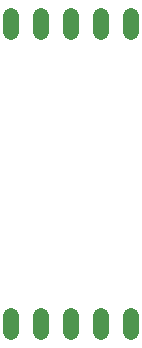
<source format=gbr>
G04 EAGLE Gerber RS-274X export*
G75*
%MOMM*%
%FSLAX34Y34*%
%LPD*%
%INBottom Copper*%
%IPPOS*%
%AMOC8*
5,1,8,0,0,1.08239X$1,22.5*%
G01*
%ADD10C,1.320800*%


D10*
X88900Y666496D02*
X88900Y679704D01*
X114300Y679704D02*
X114300Y666496D01*
X139700Y666496D02*
X139700Y679704D01*
X165100Y679704D02*
X165100Y666496D01*
X190500Y666496D02*
X190500Y679704D01*
X88900Y425704D02*
X88900Y412496D01*
X114300Y412496D02*
X114300Y425704D01*
X139700Y425704D02*
X139700Y412496D01*
X165100Y412496D02*
X165100Y425704D01*
X190500Y425704D02*
X190500Y412496D01*
M02*

</source>
